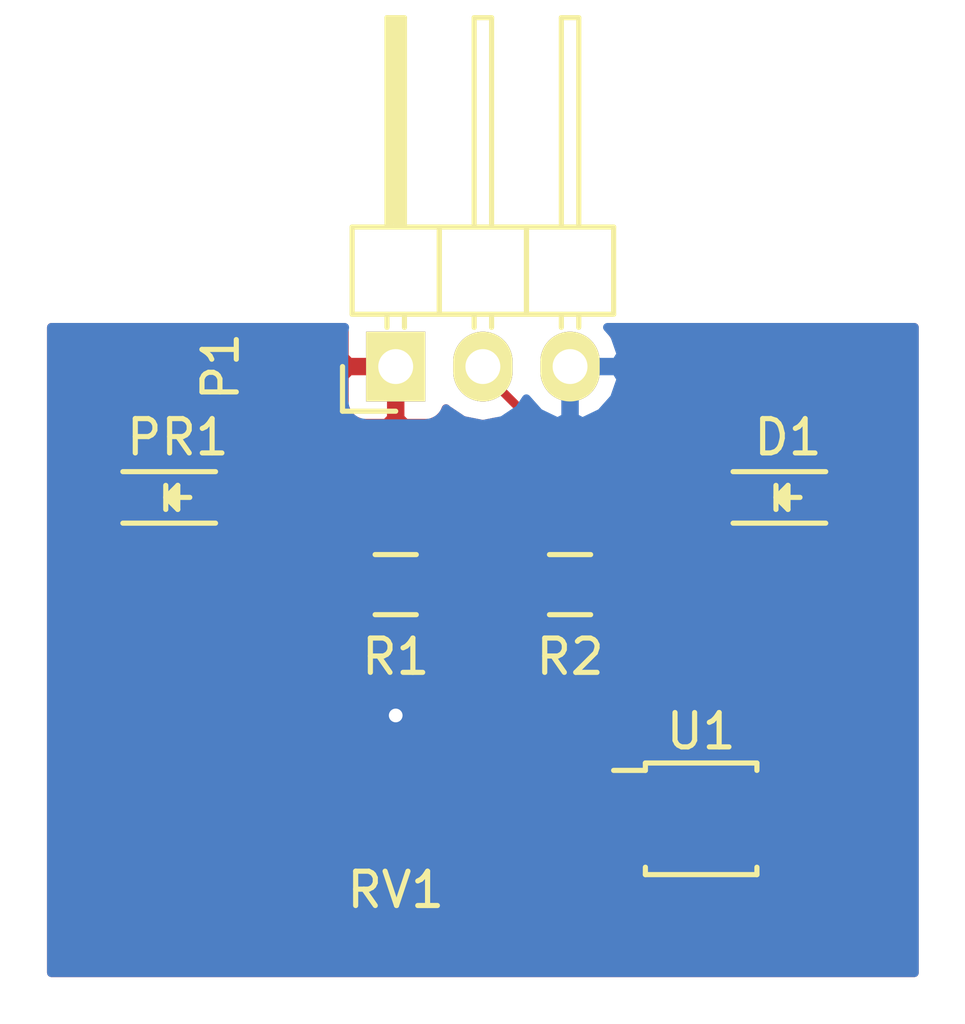
<source format=kicad_pcb>
(kicad_pcb (version 4) (host pcbnew 0.201511192131+6326~38~ubuntu14.04.1-stable)

  (general
    (links 12)
    (no_connects 12)
    (area 0 0 0 0)
    (thickness 1.6)
    (drawings 4)
    (tracks 41)
    (zones 0)
    (modules 7)
    (nets 7)
  )

  (page A4)
  (layers
    (0 F.Cu signal)
    (31 B.Cu signal)
    (32 B.Adhes user)
    (33 F.Adhes user)
    (34 B.Paste user)
    (35 F.Paste user)
    (36 B.SilkS user)
    (37 F.SilkS user)
    (38 B.Mask user)
    (39 F.Mask user)
    (40 Dwgs.User user)
    (41 Cmts.User user)
    (42 Eco1.User user)
    (43 Eco2.User user)
    (44 Edge.Cuts user)
    (45 Margin user)
    (46 B.CrtYd user)
    (47 F.CrtYd user)
    (48 B.Fab user)
    (49 F.Fab user)
  )

  (setup
    (last_trace_width 0.25)
    (trace_clearance 0.2)
    (zone_clearance 0.508)
    (zone_45_only no)
    (trace_min 0.2)
    (segment_width 0.2)
    (edge_width 0.15)
    (via_size 0.6)
    (via_drill 0.4)
    (via_min_size 0.4)
    (via_min_drill 0.3)
    (uvia_size 0.3)
    (uvia_drill 0.1)
    (uvias_allowed no)
    (uvia_min_size 0.2)
    (uvia_min_drill 0.1)
    (pcb_text_width 0.3)
    (pcb_text_size 1.5 1.5)
    (mod_edge_width 0.15)
    (mod_text_size 1 1)
    (mod_text_width 0.15)
    (pad_size 2.032 1.7272)
    (pad_drill 1.016)
    (pad_to_mask_clearance 0.2)
    (aux_axis_origin 0 0)
    (visible_elements FFFFFF7F)
    (pcbplotparams
      (layerselection 0x00030_80000001)
      (usegerberextensions false)
      (excludeedgelayer true)
      (linewidth 0.100000)
      (plotframeref false)
      (viasonmask false)
      (mode 1)
      (useauxorigin false)
      (hpglpennumber 1)
      (hpglpenspeed 20)
      (hpglpendiameter 15)
      (hpglpenoverlay 2)
      (psnegative false)
      (psa4output false)
      (plotreference true)
      (plotvalue true)
      (plotinvisibletext false)
      (padsonsilk false)
      (subtractmaskfromsilk false)
      (outputformat 1)
      (mirror false)
      (drillshape 1)
      (scaleselection 1)
      (outputdirectory ""))
  )

  (net 0 "")
  (net 1 "Net-(D1-Pad2)")
  (net 2 Earth)
  (net 3 +5V)
  (net 4 "Net-(R1-Pad2)")
  (net 5 "Net-(R3-Pad2)")
  (net 6 "Net-(RV1-Pad2)")

  (net_class Default "This is the default net class."
    (clearance 0.2)
    (trace_width 0.25)
    (via_dia 0.6)
    (via_drill 0.4)
    (uvia_dia 0.3)
    (uvia_drill 0.1)
    (add_net +5V)
    (add_net Earth)
    (add_net "Net-(D1-Pad2)")
    (add_net "Net-(P1-Pad2)")
    (add_net "Net-(R1-Pad2)")
    (add_net "Net-(R3-Pad2)")
    (add_net "Net-(RV1-Pad2)")
  )

  (module Resistors_SMD:R_0805 (layer F.Cu) (tedit 564FB417) (tstamp 564FA405)
    (at 152.4 83.82 180)
    (descr "Resistor SMD 0805, reflow soldering, Vishay (see dcrcw.pdf)")
    (tags "resistor 0805")
    (path /564F9325)
    (attr smd)
    (fp_text reference R2 (at 0 -2.1 180) (layer F.SilkS)
      (effects (font (size 1 1) (thickness 0.15)))
    )
    (fp_text value R (at 0 2.1 180) (layer F.Fab)
      (effects (font (size 1 1) (thickness 0.15)))
    )
    (fp_line (start -1.6 -1) (end 1.6 -1) (layer F.CrtYd) (width 0.05))
    (fp_line (start -1.6 1) (end 1.6 1) (layer F.CrtYd) (width 0.05))
    (fp_line (start -1.6 -1) (end -1.6 1) (layer F.CrtYd) (width 0.05))
    (fp_line (start 1.6 -1) (end 1.6 1) (layer F.CrtYd) (width 0.05))
    (fp_line (start 0.6 0.875) (end -0.6 0.875) (layer F.SilkS) (width 0.15))
    (fp_line (start -0.6 -0.875) (end 0.6 -0.875) (layer F.SilkS) (width 0.15))
    (pad 1 smd rect (at -0.95 0 180) (size 0.7 1.3) (layers F.Cu F.Paste F.Mask)
      (net 1 "Net-(D1-Pad2)"))
    (pad 2 smd rect (at 0.95 0 180) (size 0.7 1.3) (layers F.Cu F.Paste F.Mask)
      (net 5 "Net-(R3-Pad2)"))
    (model Resistors_SMD.3dshapes/R_0805.wrl
      (at (xyz 0 0 0))
      (scale (xyz 1 1 1))
      (rotate (xyz 0 0 0))
    )
  )

  (module Pin_Headers:Pin_Header_Angled_1x03 (layer F.Cu) (tedit 564FB545) (tstamp 564FA0D8)
    (at 147.32 77.47 90)
    (descr "Through hole pin header")
    (tags "pin header")
    (path /564F9E0D)
    (fp_text reference P1 (at 0 -5.1 90) (layer F.SilkS)
      (effects (font (size 1 1) (thickness 0.15)))
    )
    (fp_text value CONN_01X03 (at 0 -3.1 90) (layer F.Fab)
      (effects (font (size 1 1) (thickness 0.15)))
    )
    (fp_line (start -1.5 -1.75) (end -1.5 6.85) (layer F.CrtYd) (width 0.05))
    (fp_line (start 10.65 -1.75) (end 10.65 6.85) (layer F.CrtYd) (width 0.05))
    (fp_line (start -1.5 -1.75) (end 10.65 -1.75) (layer F.CrtYd) (width 0.05))
    (fp_line (start -1.5 6.85) (end 10.65 6.85) (layer F.CrtYd) (width 0.05))
    (fp_line (start -1.3 -1.55) (end -1.3 0) (layer F.SilkS) (width 0.15))
    (fp_line (start 0 -1.55) (end -1.3 -1.55) (layer F.SilkS) (width 0.15))
    (fp_line (start 4.191 -0.127) (end 10.033 -0.127) (layer F.SilkS) (width 0.15))
    (fp_line (start 10.033 -0.127) (end 10.033 0.127) (layer F.SilkS) (width 0.15))
    (fp_line (start 10.033 0.127) (end 4.191 0.127) (layer F.SilkS) (width 0.15))
    (fp_line (start 4.191 0.127) (end 4.191 0) (layer F.SilkS) (width 0.15))
    (fp_line (start 4.191 0) (end 10.033 0) (layer F.SilkS) (width 0.15))
    (fp_line (start 1.524 -0.254) (end 1.143 -0.254) (layer F.SilkS) (width 0.15))
    (fp_line (start 1.524 0.254) (end 1.143 0.254) (layer F.SilkS) (width 0.15))
    (fp_line (start 1.524 2.286) (end 1.143 2.286) (layer F.SilkS) (width 0.15))
    (fp_line (start 1.524 2.794) (end 1.143 2.794) (layer F.SilkS) (width 0.15))
    (fp_line (start 1.524 4.826) (end 1.143 4.826) (layer F.SilkS) (width 0.15))
    (fp_line (start 1.524 5.334) (end 1.143 5.334) (layer F.SilkS) (width 0.15))
    (fp_line (start 4.064 1.27) (end 4.064 -1.27) (layer F.SilkS) (width 0.15))
    (fp_line (start 10.16 0.254) (end 4.064 0.254) (layer F.SilkS) (width 0.15))
    (fp_line (start 10.16 -0.254) (end 10.16 0.254) (layer F.SilkS) (width 0.15))
    (fp_line (start 4.064 -0.254) (end 10.16 -0.254) (layer F.SilkS) (width 0.15))
    (fp_line (start 1.524 1.27) (end 4.064 1.27) (layer F.SilkS) (width 0.15))
    (fp_line (start 1.524 -1.27) (end 1.524 1.27) (layer F.SilkS) (width 0.15))
    (fp_line (start 1.524 -1.27) (end 4.064 -1.27) (layer F.SilkS) (width 0.15))
    (fp_line (start 1.524 3.81) (end 4.064 3.81) (layer F.SilkS) (width 0.15))
    (fp_line (start 1.524 3.81) (end 1.524 6.35) (layer F.SilkS) (width 0.15))
    (fp_line (start 4.064 4.826) (end 10.16 4.826) (layer F.SilkS) (width 0.15))
    (fp_line (start 10.16 4.826) (end 10.16 5.334) (layer F.SilkS) (width 0.15))
    (fp_line (start 10.16 5.334) (end 4.064 5.334) (layer F.SilkS) (width 0.15))
    (fp_line (start 4.064 6.35) (end 4.064 3.81) (layer F.SilkS) (width 0.15))
    (fp_line (start 4.064 3.81) (end 4.064 1.27) (layer F.SilkS) (width 0.15))
    (fp_line (start 10.16 2.794) (end 4.064 2.794) (layer F.SilkS) (width 0.15))
    (fp_line (start 10.16 2.286) (end 10.16 2.794) (layer F.SilkS) (width 0.15))
    (fp_line (start 4.064 2.286) (end 10.16 2.286) (layer F.SilkS) (width 0.15))
    (fp_line (start 1.524 3.81) (end 4.064 3.81) (layer F.SilkS) (width 0.15))
    (fp_line (start 1.524 1.27) (end 1.524 3.81) (layer F.SilkS) (width 0.15))
    (fp_line (start 1.524 1.27) (end 4.064 1.27) (layer F.SilkS) (width 0.15))
    (fp_line (start 1.524 6.35) (end 4.064 6.35) (layer F.SilkS) (width 0.15))
    (pad 1 thru_hole rect (at 0 0 90) (size 2.032 1.7272) (drill 1.016) (layers *.Cu *.Mask F.SilkS)
      (net 3 +5V))
    (pad 2 thru_hole oval (at 0 2.54 90) (size 2.032 1.7272) (drill 1.016) (layers *.Cu *.Mask F.SilkS)
      (net 5 "Net-(R3-Pad2)"))
    (pad 3 thru_hole oval (at 0 5.08 90) (size 2.032 1.7272) (drill 1.016) (layers *.Cu *.Mask F.SilkS)
      (net 2 Earth))
    (model Pin_Headers.3dshapes/Pin_Header_Angled_1x03.wrl
      (at (xyz 0 -0.1 0))
      (scale (xyz 1 1 1))
      (rotate (xyz 0 0 90))
    )
  )

  (module Housings_SSOP:MSOP-8-1EP_3x3mm_Pitch0.65mm (layer F.Cu) (tedit 54130A77) (tstamp 564FA101)
    (at 156.22 90.64)
    (descr "MS8E Package; 8-Lead Plastic MSOP, Exposed Die Pad (see Linear Technology 05081662_K_MS8E.pdf)")
    (tags "SSOP 0.65")
    (path /564F8D78)
    (attr smd)
    (fp_text reference U1 (at 0 -2.55) (layer F.SilkS)
      (effects (font (size 1 1) (thickness 0.15)))
    )
    (fp_text value LM393 (at 0 2.55) (layer F.Fab)
      (effects (font (size 1 1) (thickness 0.15)))
    )
    (fp_line (start -2.8 -1.8) (end -2.8 1.8) (layer F.CrtYd) (width 0.05))
    (fp_line (start 2.8 -1.8) (end 2.8 1.8) (layer F.CrtYd) (width 0.05))
    (fp_line (start -2.8 -1.8) (end 2.8 -1.8) (layer F.CrtYd) (width 0.05))
    (fp_line (start -2.8 1.8) (end 2.8 1.8) (layer F.CrtYd) (width 0.05))
    (fp_line (start -1.625 -1.625) (end -1.625 -1.41) (layer F.SilkS) (width 0.15))
    (fp_line (start 1.625 -1.625) (end 1.625 -1.41) (layer F.SilkS) (width 0.15))
    (fp_line (start 1.625 1.625) (end 1.625 1.41) (layer F.SilkS) (width 0.15))
    (fp_line (start -1.625 1.625) (end -1.625 1.41) (layer F.SilkS) (width 0.15))
    (fp_line (start -1.625 -1.625) (end 1.625 -1.625) (layer F.SilkS) (width 0.15))
    (fp_line (start -1.625 1.625) (end 1.625 1.625) (layer F.SilkS) (width 0.15))
    (fp_line (start -1.625 -1.41) (end -2.55 -1.41) (layer F.SilkS) (width 0.15))
    (pad 1 smd rect (at -2.105 -0.975) (size 0.89 0.42) (layers F.Cu F.Paste F.Mask)
      (net 5 "Net-(R3-Pad2)"))
    (pad 2 smd rect (at -2.105 -0.325) (size 0.89 0.42) (layers F.Cu F.Paste F.Mask)
      (net 4 "Net-(R1-Pad2)"))
    (pad 3 smd rect (at -2.105 0.325) (size 0.89 0.42) (layers F.Cu F.Paste F.Mask)
      (net 6 "Net-(RV1-Pad2)"))
    (pad 4 smd rect (at -2.105 0.975) (size 0.89 0.42) (layers F.Cu F.Paste F.Mask)
      (net 2 Earth))
    (pad 5 smd rect (at 2.105 0.975) (size 0.89 0.42) (layers F.Cu F.Paste F.Mask))
    (pad 6 smd rect (at 2.105 0.325) (size 0.89 0.42) (layers F.Cu F.Paste F.Mask))
    (pad 7 smd rect (at 2.105 -0.325) (size 0.89 0.42) (layers F.Cu F.Paste F.Mask))
    (pad 8 smd rect (at 2.105 -0.975) (size 0.89 0.42) (layers F.Cu F.Paste F.Mask)
      (net 3 +5V))
    (pad 9 smd rect (at 0.42 0.47) (size 0.84 0.94) (layers F.Cu F.Paste F.Mask)
      (solder_paste_margin_ratio -0.2))
    (pad 9 smd rect (at 0.42 -0.47) (size 0.84 0.94) (layers F.Cu F.Paste F.Mask)
      (solder_paste_margin_ratio -0.2))
    (pad 9 smd rect (at -0.42 0.47) (size 0.84 0.94) (layers F.Cu F.Paste F.Mask)
      (solder_paste_margin_ratio -0.2))
    (pad 9 smd rect (at -0.42 -0.47) (size 0.84 0.94) (layers F.Cu F.Paste F.Mask)
      (solder_paste_margin_ratio -0.2))
    (model Housings_SSOP.3dshapes/MSOP-8-1EP_3x3mm_Pitch0.65mm.wrl
      (at (xyz 0 0 0))
      (scale (xyz 1 1 1))
      (rotate (xyz 0 0 0))
    )
  )

  (module Resistors_SMD:R_0805 (layer F.Cu) (tedit 564FB412) (tstamp 564FA400)
    (at 147.32 83.82 180)
    (descr "Resistor SMD 0805, reflow soldering, Vishay (see dcrcw.pdf)")
    (tags "resistor 0805")
    (path /564F9658)
    (attr smd)
    (fp_text reference R1 (at 0 -2.1 180) (layer F.SilkS)
      (effects (font (size 1 1) (thickness 0.15)))
    )
    (fp_text value R (at 0 2.1 180) (layer F.Fab)
      (effects (font (size 1 1) (thickness 0.15)))
    )
    (fp_line (start -1.6 -1) (end 1.6 -1) (layer F.CrtYd) (width 0.05))
    (fp_line (start -1.6 1) (end 1.6 1) (layer F.CrtYd) (width 0.05))
    (fp_line (start -1.6 -1) (end -1.6 1) (layer F.CrtYd) (width 0.05))
    (fp_line (start 1.6 -1) (end 1.6 1) (layer F.CrtYd) (width 0.05))
    (fp_line (start 0.6 0.875) (end -0.6 0.875) (layer F.SilkS) (width 0.15))
    (fp_line (start -0.6 -0.875) (end 0.6 -0.875) (layer F.SilkS) (width 0.15))
    (pad 1 smd rect (at -0.95 0 180) (size 0.7 1.3) (layers F.Cu F.Paste F.Mask)
      (net 4 "Net-(R1-Pad2)"))
    (pad 2 smd rect (at 0.95 0 180) (size 0.7 1.3) (layers F.Cu F.Paste F.Mask)
      (net 2 Earth))
    (model Resistors_SMD.3dshapes/R_0805.wrl
      (at (xyz 0 0 0))
      (scale (xyz 1 1 1))
      (rotate (xyz 0 0 0))
    )
  )

  (module LEDs:LED-0805 (layer F.Cu) (tedit 55BDE1C2) (tstamp 564FA892)
    (at 158.75 81.28)
    (descr "LED 0805 smd package")
    (tags "LED 0805 SMD")
    (path /564F92B7)
    (attr smd)
    (fp_text reference D1 (at 0 -1.75) (layer F.SilkS)
      (effects (font (size 1 1) (thickness 0.15)))
    )
    (fp_text value LED (at 0 1.75) (layer F.Fab)
      (effects (font (size 1 1) (thickness 0.15)))
    )
    (fp_line (start -1.6 0.75) (end 1.1 0.75) (layer F.SilkS) (width 0.15))
    (fp_line (start -1.6 -0.75) (end 1.1 -0.75) (layer F.SilkS) (width 0.15))
    (fp_line (start -0.1 0.15) (end -0.1 -0.1) (layer F.SilkS) (width 0.15))
    (fp_line (start -0.1 -0.1) (end -0.25 0.05) (layer F.SilkS) (width 0.15))
    (fp_line (start -0.35 -0.35) (end -0.35 0.35) (layer F.SilkS) (width 0.15))
    (fp_line (start 0 0) (end 0.35 0) (layer F.SilkS) (width 0.15))
    (fp_line (start -0.35 0) (end 0 -0.35) (layer F.SilkS) (width 0.15))
    (fp_line (start 0 -0.35) (end 0 0.35) (layer F.SilkS) (width 0.15))
    (fp_line (start 0 0.35) (end -0.35 0) (layer F.SilkS) (width 0.15))
    (fp_line (start 1.9 -0.95) (end 1.9 0.95) (layer F.CrtYd) (width 0.05))
    (fp_line (start 1.9 0.95) (end -1.9 0.95) (layer F.CrtYd) (width 0.05))
    (fp_line (start -1.9 0.95) (end -1.9 -0.95) (layer F.CrtYd) (width 0.05))
    (fp_line (start -1.9 -0.95) (end 1.9 -0.95) (layer F.CrtYd) (width 0.05))
    (pad 2 smd rect (at 1.04902 0 180) (size 1.19888 1.19888) (layers F.Cu F.Paste F.Mask)
      (net 1 "Net-(D1-Pad2)"))
    (pad 1 smd rect (at -1.04902 0 180) (size 1.19888 1.19888) (layers F.Cu F.Paste F.Mask)
      (net 2 Earth))
    (model LEDs.3dshapes/LED-0805.wrl
      (at (xyz 0 0 0))
      (scale (xyz 1 1 1))
      (rotate (xyz 0 0 0))
    )
  )

  (module LEDs:LED-0805 (layer F.Cu) (tedit 564FB40E) (tstamp 564FA897)
    (at 140.97 81.28)
    (descr "LED 0805 smd package")
    (tags "LED 0805 SMD")
    (path /564F95F1)
    (attr smd)
    (fp_text reference PR1 (at 0 -1.75) (layer F.SilkS)
      (effects (font (size 1 1) (thickness 0.15)))
    )
    (fp_text value Photores (at 0 1.75) (layer F.Fab)
      (effects (font (size 1 1) (thickness 0.15)))
    )
    (fp_line (start -1.6 0.75) (end 1.1 0.75) (layer F.SilkS) (width 0.15))
    (fp_line (start -1.6 -0.75) (end 1.1 -0.75) (layer F.SilkS) (width 0.15))
    (fp_line (start -0.1 0.15) (end -0.1 -0.1) (layer F.SilkS) (width 0.15))
    (fp_line (start -0.1 -0.1) (end -0.25 0.05) (layer F.SilkS) (width 0.15))
    (fp_line (start -0.35 -0.35) (end -0.35 0.35) (layer F.SilkS) (width 0.15))
    (fp_line (start 0 0) (end 0.35 0) (layer F.SilkS) (width 0.15))
    (fp_line (start -0.35 0) (end 0 -0.35) (layer F.SilkS) (width 0.15))
    (fp_line (start 0 -0.35) (end 0 0.35) (layer F.SilkS) (width 0.15))
    (fp_line (start 0 0.35) (end -0.35 0) (layer F.SilkS) (width 0.15))
    (fp_line (start 1.9 -0.95) (end 1.9 0.95) (layer F.CrtYd) (width 0.05))
    (fp_line (start 1.9 0.95) (end -1.9 0.95) (layer F.CrtYd) (width 0.05))
    (fp_line (start -1.9 0.95) (end -1.9 -0.95) (layer F.CrtYd) (width 0.05))
    (fp_line (start -1.9 -0.95) (end 1.9 -0.95) (layer F.CrtYd) (width 0.05))
    (pad 2 smd rect (at 1.04902 0 180) (size 1.19888 1.19888) (layers F.Cu F.Paste F.Mask)
      (net 4 "Net-(R1-Pad2)"))
    (pad 1 smd rect (at -1.04902 0 180) (size 1.19888 1.19888) (layers F.Cu F.Paste F.Mask)
      (net 3 +5V))
    (model LEDs.3dshapes/LED-0805.wrl
      (at (xyz 0 0 0))
      (scale (xyz 1 1 1))
      (rotate (xyz 0 0 0))
    )
  )

  (module "3361P-104GLFCT-ND:3361P Bourns trimming Potentiometer" (layer F.Cu) (tedit 564FB3C2) (tstamp 564FAFFE)
    (at 149.28 90.17 270)
    (path /564F8EEE)
    (fp_text reference RV1 (at 2.54 1.96 360) (layer F.SilkS)
      (effects (font (size 1 1) (thickness 0.15)))
    )
    (fp_text value POT (at 0 -0.5 270) (layer F.Fab)
      (effects (font (size 1 1) (thickness 0.15)))
    )
    (pad 2 smd rect (at 0 2.54 270) (size 1.2 3.3) (layers F.Cu F.Paste F.Mask)
      (net 6 "Net-(RV1-Pad2)"))
    (pad 1 smd rect (at -2.54 8.31 270) (size 1.2 3.3) (layers F.Cu F.Paste F.Mask)
      (net 3 +5V))
    (pad 3 smd rect (at 2.54 8.31 270) (size 1.2 3.3) (layers F.Cu F.Paste F.Mask)
      (net 2 Earth))
  )

  (gr_line (start 163.83 74.93) (end 135.89 74.93) (layer F.Adhes) (width 0.2))
  (gr_line (start 163.83 96.52) (end 163.83 74.93) (layer F.Adhes) (width 0.2))
  (gr_line (start 135.89 96.52) (end 163.83 96.52) (layer F.Adhes) (width 0.2))
  (gr_line (start 135.89 74.93) (end 135.89 96.52) (layer F.Adhes) (width 0.2))

  (segment (start 153.35 83.82) (end 158.75 83.82) (width 0.25) (layer F.Cu) (net 1))
  (segment (start 159.79902 82.55) (end 159.79902 81.28) (width 0.25) (layer F.Cu) (net 1))
  (segment (start 158.75 83.82) (end 158.75 83.59902) (width 0.25) (layer F.Cu) (net 1))
  (segment (start 158.75 83.59902) (end 159.79902 82.55) (width 0.25) (layer F.Cu) (net 1))
  (via (at 147.32 87.63) (size 0.6) (drill 0.4) (layers F.Cu B.Cu) (net 2))
  (segment (start 146.05 87.63) (end 147.32 87.63) (width 0.25) (layer F.Cu) (net 2))
  (segment (start 146.37 86.04) (end 146.05 86.36) (width 0.25) (layer F.Cu) (net 2))
  (segment (start 146.05 86.36) (end 146.05 87.63) (width 0.25) (layer F.Cu) (net 2))
  (segment (start 144.78 87.63) (end 140.97 91.44) (width 0.25) (layer F.Cu) (net 2))
  (segment (start 144.78 87.63) (end 146.05 87.63) (width 0.25) (layer F.Cu) (net 2))
  (segment (start 152.4 77.47) (end 154.74042 77.47) (width 0.25) (layer F.Cu) (net 2))
  (segment (start 154.74042 77.47) (end 157.70098 80.43056) (width 0.25) (layer F.Cu) (net 2))
  (segment (start 157.70098 80.43056) (end 157.70098 81.28) (width 0.25) (layer F.Cu) (net 2))
  (segment (start 140.97 91.44) (end 140.97 92.71) (width 0.25) (layer F.Cu) (net 2))
  (segment (start 146.37 83.82) (end 146.37 86.04) (width 0.25) (layer F.Cu) (net 2))
  (segment (start 152.4 77.47) (end 152.4 77.6224) (width 0.25) (layer F.Cu) (net 2))
  (segment (start 146.37 83.6524) (end 146.37 83.82) (width 0.25) (layer F.Cu) (net 2))
  (segment (start 140.97 92.71) (end 153.48 92.71) (width 0.25) (layer F.Cu) (net 2))
  (segment (start 153.48 92.71) (end 154.115 92.075) (width 0.25) (layer F.Cu) (net 2))
  (segment (start 154.115 92.075) (end 154.115 91.615) (width 0.25) (layer F.Cu) (net 2))
  (segment (start 146.2064 77.47) (end 147.32 77.47) (width 0.25) (layer F.Cu) (net 3))
  (segment (start 148.27 83.82) (end 148.27 85.060002) (width 0.25) (layer F.Cu) (net 4))
  (segment (start 148.27 85.060002) (end 149.86 86.650002) (width 0.25) (layer F.Cu) (net 4))
  (segment (start 149.86 86.650002) (end 149.86 89.045) (width 0.25) (layer F.Cu) (net 4))
  (segment (start 151.13 90.315) (end 154.115 90.315) (width 0.25) (layer F.Cu) (net 4))
  (segment (start 149.86 89.045) (end 151.13 90.315) (width 0.25) (layer F.Cu) (net 4))
  (segment (start 147.32 81.28) (end 148.27 82.23) (width 0.25) (layer F.Cu) (net 4))
  (segment (start 148.27 82.23) (end 148.27 83.82) (width 0.25) (layer F.Cu) (net 4))
  (segment (start 142.01902 81.28) (end 147.32 81.28) (width 0.25) (layer F.Cu) (net 4))
  (segment (start 151.45 83.82) (end 151.45 87.235) (width 0.25) (layer F.Cu) (net 5))
  (segment (start 151.45 87.235) (end 153.88 89.665) (width 0.25) (layer F.Cu) (net 5))
  (segment (start 153.88 89.665) (end 154.115 89.665) (width 0.25) (layer F.Cu) (net 5))
  (segment (start 151.45 83.82) (end 151.45 79.06) (width 0.25) (layer F.Cu) (net 5))
  (segment (start 151.45 79.06) (end 151.126 78.736) (width 0.25) (layer F.Cu) (net 5))
  (segment (start 151.126 78.736) (end 150.9736 78.736) (width 0.25) (layer F.Cu) (net 5))
  (segment (start 150.9736 78.736) (end 149.86 77.6224) (width 0.25) (layer F.Cu) (net 5))
  (segment (start 149.86 77.6224) (end 149.86 77.47) (width 0.25) (layer F.Cu) (net 5))
  (segment (start 146.74 90.17) (end 148.64 90.17) (width 0.25) (layer F.Cu) (net 6))
  (segment (start 148.64 90.17) (end 149.435 90.965) (width 0.25) (layer F.Cu) (net 6))
  (segment (start 153.42 90.965) (end 154.115 90.965) (width 0.25) (layer F.Cu) (net 6))
  (segment (start 149.435 90.965) (end 153.42 90.965) (width 0.25) (layer F.Cu) (net 6))

  (zone (net 3) (net_name +5V) (layer F.Cu) (tstamp 0) (hatch edge 0.508)
    (connect_pads (clearance 0.508))
    (min_thickness 0.254)
    (fill yes (arc_segments 16) (thermal_gap 0.508) (thermal_bridge_width 0.508))
    (polygon
      (pts
        (xy 137.16 95.25) (xy 162.56 95.25) (xy 162.56 76.2) (xy 137.16 76.2)
      )
    )
    (filled_polygon
      (pts
        (xy 145.8214 76.327691) (xy 145.8214 77.18425) (xy 145.98015 77.343) (xy 147.193 77.343) (xy 147.193 77.323)
        (xy 147.447 77.323) (xy 147.447 77.343) (xy 147.467 77.343) (xy 147.467 77.597) (xy 147.447 77.597)
        (xy 147.447 78.96225) (xy 147.60575 79.121) (xy 148.30991 79.121) (xy 148.543299 79.024327) (xy 148.721927 78.845698)
        (xy 148.7855 78.69222) (xy 148.80033 78.714415) (xy 149.286511 79.039271) (xy 149.86 79.153345) (xy 150.240464 79.077666)
        (xy 150.436199 79.273401) (xy 150.68276 79.438148) (xy 150.69 79.439588) (xy 150.69 82.679243) (xy 150.648559 82.70591)
        (xy 150.503569 82.91811) (xy 150.45256 83.17) (xy 150.45256 84.47) (xy 150.496838 84.705317) (xy 150.63591 84.921441)
        (xy 150.69 84.958399) (xy 150.69 87.235) (xy 150.747852 87.525839) (xy 150.912599 87.772401) (xy 152.695198 89.555)
        (xy 151.444802 89.555) (xy 150.62 88.730198) (xy 150.62 86.650002) (xy 150.562148 86.359163) (xy 150.397401 86.112601)
        (xy 149.131293 84.846493) (xy 149.216431 84.72189) (xy 149.26744 84.47) (xy 149.26744 83.17) (xy 149.223162 82.934683)
        (xy 149.08409 82.718559) (xy 149.03 82.681601) (xy 149.03 82.23) (xy 148.972148 81.939161) (xy 148.807401 81.692599)
        (xy 147.857401 80.742599) (xy 147.610839 80.577852) (xy 147.32 80.52) (xy 143.235689 80.52) (xy 143.221622 80.445243)
        (xy 143.08255 80.229119) (xy 142.87035 80.084129) (xy 142.61846 80.03312) (xy 141.41958 80.03312) (xy 141.184263 80.077398)
        (xy 140.968139 80.21647) (xy 140.962544 80.224659) (xy 140.880118 80.142233) (xy 140.646729 80.04556) (xy 140.20673 80.04556)
        (xy 140.04798 80.20431) (xy 140.04798 81.153) (xy 140.06798 81.153) (xy 140.06798 81.407) (xy 140.04798 81.407)
        (xy 140.04798 82.35569) (xy 140.20673 82.51444) (xy 140.646729 82.51444) (xy 140.880118 82.417767) (xy 140.962331 82.335555)
        (xy 141.16769 82.475871) (xy 141.41958 82.52688) (xy 142.61846 82.52688) (xy 142.853777 82.482602) (xy 143.069901 82.34353)
        (xy 143.214891 82.13133) (xy 143.233386 82.04) (xy 147.005198 82.04) (xy 147.51 82.544802) (xy 147.51 82.679243)
        (xy 147.468559 82.70591) (xy 147.323569 82.91811) (xy 147.320919 82.931197) (xy 147.18409 82.718559) (xy 146.97189 82.573569)
        (xy 146.72 82.52256) (xy 146.02 82.52256) (xy 145.784683 82.566838) (xy 145.568559 82.70591) (xy 145.423569 82.91811)
        (xy 145.37256 83.17) (xy 145.37256 84.47) (xy 145.416838 84.705317) (xy 145.55591 84.921441) (xy 145.61 84.958399)
        (xy 145.61 85.725198) (xy 145.512599 85.822599) (xy 145.347852 86.069161) (xy 145.29 86.36) (xy 145.29 86.87)
        (xy 144.78 86.87) (xy 144.489161 86.927852) (xy 144.242599 87.092599) (xy 143.255 88.080198) (xy 143.255 87.91575)
        (xy 143.09625 87.757) (xy 141.097 87.757) (xy 141.097 88.70625) (xy 141.25575 88.865) (xy 142.470198 88.865)
        (xy 140.432599 90.902599) (xy 140.267852 91.149161) (xy 140.21 91.44) (xy 140.21 91.46256) (xy 139.32 91.46256)
        (xy 139.084683 91.506838) (xy 138.868559 91.64591) (xy 138.723569 91.85811) (xy 138.67256 92.11) (xy 138.67256 93.31)
        (xy 138.716838 93.545317) (xy 138.85591 93.761441) (xy 139.06811 93.906431) (xy 139.32 93.95744) (xy 142.62 93.95744)
        (xy 142.855317 93.913162) (xy 143.071441 93.77409) (xy 143.216431 93.56189) (xy 143.235039 93.47) (xy 153.48 93.47)
        (xy 153.770839 93.412148) (xy 154.017401 93.247401) (xy 154.652401 92.612401) (xy 154.772656 92.432426) (xy 154.795317 92.428162)
        (xy 155.011441 92.28909) (xy 155.101051 92.157942) (xy 155.12811 92.176431) (xy 155.38 92.22744) (xy 157.06 92.22744)
        (xy 157.295317 92.183162) (xy 157.338151 92.155599) (xy 157.41591 92.276441) (xy 157.62811 92.421431) (xy 157.88 92.47244)
        (xy 158.77 92.47244) (xy 159.005317 92.428162) (xy 159.221441 92.28909) (xy 159.366431 92.07689) (xy 159.41744 91.825)
        (xy 159.41744 91.405) (xy 159.395007 91.285778) (xy 159.41744 91.175) (xy 159.41744 90.755) (xy 159.395007 90.635778)
        (xy 159.41744 90.525) (xy 159.41744 90.105) (xy 159.400138 90.013048) (xy 159.405 90.00131) (xy 159.405 89.92875)
        (xy 159.379473 89.903223) (xy 159.373162 89.869683) (xy 159.23409 89.653559) (xy 159.097162 89.56) (xy 159.24625 89.56)
        (xy 159.405 89.40125) (xy 159.405 89.32869) (xy 159.308327 89.095301) (xy 159.129698 88.916673) (xy 158.896309 88.82)
        (xy 158.61075 88.82) (xy 158.452 88.97875) (xy 158.452 89.45756) (xy 158.198 89.45756) (xy 158.198 88.97875)
        (xy 158.03925 88.82) (xy 157.753691 88.82) (xy 157.520302 88.916673) (xy 157.341673 89.095301) (xy 157.332434 89.117606)
        (xy 157.31189 89.103569) (xy 157.06 89.05256) (xy 155.38 89.05256) (xy 155.144683 89.096838) (xy 155.101849 89.124401)
        (xy 155.02409 89.003559) (xy 154.81189 88.858569) (xy 154.56 88.80756) (xy 154.097362 88.80756) (xy 152.21 86.920198)
        (xy 152.21 84.960757) (xy 152.251441 84.93409) (xy 152.396431 84.72189) (xy 152.399081 84.708803) (xy 152.53591 84.921441)
        (xy 152.74811 85.066431) (xy 153 85.11744) (xy 153.7 85.11744) (xy 153.935317 85.073162) (xy 154.151441 84.93409)
        (xy 154.296431 84.72189) (xy 154.325164 84.58) (xy 158.75 84.58) (xy 159.040839 84.522148) (xy 159.287401 84.357401)
        (xy 159.452148 84.110839) (xy 159.486703 83.937119) (xy 160.336421 83.087401) (xy 160.501168 82.84084) (xy 160.55902 82.55)
        (xy 160.55902 82.496669) (xy 160.633777 82.482602) (xy 160.849901 82.34353) (xy 160.994891 82.13133) (xy 161.0459 81.87944)
        (xy 161.0459 80.68056) (xy 161.001622 80.445243) (xy 160.86255 80.229119) (xy 160.65035 80.084129) (xy 160.39846 80.03312)
        (xy 159.19958 80.03312) (xy 158.964263 80.077398) (xy 158.748139 80.21647) (xy 158.747457 80.217467) (xy 158.55231 80.084129)
        (xy 158.336826 80.040492) (xy 158.238381 79.893159) (xy 155.277821 76.932599) (xy 155.031259 76.767852) (xy 154.74042 76.71)
        (xy 153.783346 76.71) (xy 153.527433 76.327) (xy 162.433 76.327) (xy 162.433 95.123) (xy 137.287 95.123)
        (xy 137.287 87.91575) (xy 138.685 87.91575) (xy 138.685 88.356309) (xy 138.781673 88.589698) (xy 138.960301 88.768327)
        (xy 139.19369 88.865) (xy 140.68425 88.865) (xy 140.843 88.70625) (xy 140.843 87.757) (xy 138.84375 87.757)
        (xy 138.685 87.91575) (xy 137.287 87.91575) (xy 137.287 86.903691) (xy 138.685 86.903691) (xy 138.685 87.34425)
        (xy 138.84375 87.503) (xy 140.843 87.503) (xy 140.843 86.55375) (xy 141.097 86.55375) (xy 141.097 87.503)
        (xy 143.09625 87.503) (xy 143.255 87.34425) (xy 143.255 86.903691) (xy 143.158327 86.670302) (xy 142.979699 86.491673)
        (xy 142.74631 86.395) (xy 141.25575 86.395) (xy 141.097 86.55375) (xy 140.843 86.55375) (xy 140.68425 86.395)
        (xy 139.19369 86.395) (xy 138.960301 86.491673) (xy 138.781673 86.670302) (xy 138.685 86.903691) (xy 137.287 86.903691)
        (xy 137.287 81.56575) (xy 138.68654 81.56575) (xy 138.68654 82.00575) (xy 138.783213 82.239139) (xy 138.961842 82.417767)
        (xy 139.195231 82.51444) (xy 139.63523 82.51444) (xy 139.79398 82.35569) (xy 139.79398 81.407) (xy 138.84529 81.407)
        (xy 138.68654 81.56575) (xy 137.287 81.56575) (xy 137.287 80.55425) (xy 138.68654 80.55425) (xy 138.68654 80.99425)
        (xy 138.84529 81.153) (xy 139.79398 81.153) (xy 139.79398 80.20431) (xy 139.63523 80.04556) (xy 139.195231 80.04556)
        (xy 138.961842 80.142233) (xy 138.783213 80.320861) (xy 138.68654 80.55425) (xy 137.287 80.55425) (xy 137.287 77.75575)
        (xy 145.8214 77.75575) (xy 145.8214 78.612309) (xy 145.918073 78.845698) (xy 146.096701 79.024327) (xy 146.33009 79.121)
        (xy 147.03425 79.121) (xy 147.193 78.96225) (xy 147.193 77.597) (xy 145.98015 77.597) (xy 145.8214 77.75575)
        (xy 137.287 77.75575) (xy 137.287 76.327) (xy 145.821686 76.327)
      )
    )
  )
  (zone (net 2) (net_name Earth) (layer B.Cu) (tstamp 0) (hatch edge 0.508)
    (connect_pads (clearance 0.508))
    (min_thickness 0.254)
    (fill yes (arc_segments 16) (thermal_gap 0.508) (thermal_bridge_width 0.508))
    (polygon
      (pts
        (xy 137.16 76.2) (xy 137.16 95.25) (xy 162.56 95.25) (xy 162.56 76.2)
      )
    )
    (filled_polygon
      (pts
        (xy 145.80896 76.454) (xy 145.80896 78.486) (xy 145.853238 78.721317) (xy 145.99231 78.937441) (xy 146.20451 79.082431)
        (xy 146.4564 79.13344) (xy 148.1836 79.13344) (xy 148.418917 79.089162) (xy 148.635041 78.95009) (xy 148.780031 78.73789)
        (xy 148.7884 78.696561) (xy 148.80033 78.714415) (xy 149.286511 79.039271) (xy 149.86 79.153345) (xy 150.433489 79.039271)
        (xy 150.91967 78.714415) (xy 151.126461 78.404931) (xy 151.497964 78.820732) (xy 152.025209 79.074709) (xy 152.040974 79.077358)
        (xy 152.273 78.956217) (xy 152.273 77.597) (xy 152.527 77.597) (xy 152.527 78.956217) (xy 152.759026 79.077358)
        (xy 152.774791 79.074709) (xy 153.302036 78.820732) (xy 153.691954 78.38432) (xy 153.885184 77.831913) (xy 153.740924 77.597)
        (xy 152.527 77.597) (xy 152.273 77.597) (xy 152.253 77.597) (xy 152.253 77.343) (xy 152.273 77.343)
        (xy 152.273 77.323) (xy 152.527 77.323) (xy 152.527 77.343) (xy 153.740924 77.343) (xy 153.885184 77.108087)
        (xy 153.691954 76.55568) (xy 153.487637 76.327) (xy 162.433 76.327) (xy 162.433 95.123) (xy 137.287 95.123)
        (xy 137.287 76.327) (xy 145.834678 76.327)
      )
    )
  )
)

</source>
